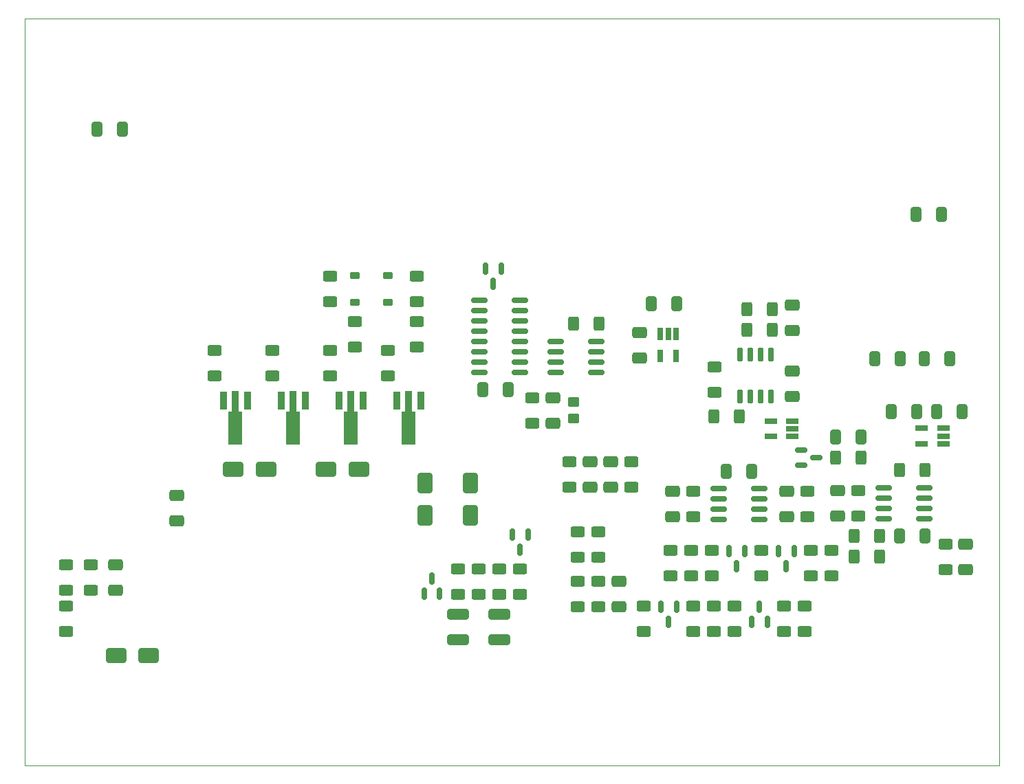
<source format=gbr>
%TF.GenerationSoftware,KiCad,Pcbnew,7.0.7*%
%TF.CreationDate,2024-02-20T18:04:50-10:00*%
%TF.ProjectId,Controller,436f6e74-726f-46c6-9c65-722e6b696361,New*%
%TF.SameCoordinates,Original*%
%TF.FileFunction,Paste,Bot*%
%TF.FilePolarity,Positive*%
%FSLAX46Y46*%
G04 Gerber Fmt 4.6, Leading zero omitted, Abs format (unit mm)*
G04 Created by KiCad (PCBNEW 7.0.7) date 2024-02-20 18:04:50*
%MOMM*%
%LPD*%
G01*
G04 APERTURE LIST*
G04 Aperture macros list*
%AMRoundRect*
0 Rectangle with rounded corners*
0 $1 Rounding radius*
0 $2 $3 $4 $5 $6 $7 $8 $9 X,Y pos of 4 corners*
0 Add a 4 corners polygon primitive as box body*
4,1,4,$2,$3,$4,$5,$6,$7,$8,$9,$2,$3,0*
0 Add four circle primitives for the rounded corners*
1,1,$1+$1,$2,$3*
1,1,$1+$1,$4,$5*
1,1,$1+$1,$6,$7*
1,1,$1+$1,$8,$9*
0 Add four rect primitives between the rounded corners*
20,1,$1+$1,$2,$3,$4,$5,0*
20,1,$1+$1,$4,$5,$6,$7,0*
20,1,$1+$1,$6,$7,$8,$9,0*
20,1,$1+$1,$8,$9,$2,$3,0*%
%AMFreePoly0*
4,1,9,5.362500,-0.866500,1.237500,-0.866500,1.237500,-0.450000,-1.237500,-0.450000,-1.237500,0.450000,1.237500,0.450000,1.237500,0.866500,5.362500,0.866500,5.362500,-0.866500,5.362500,-0.866500,$1*%
G04 Aperture macros list end*
%ADD10RoundRect,0.150000X-0.150000X0.587500X-0.150000X-0.587500X0.150000X-0.587500X0.150000X0.587500X0*%
%ADD11RoundRect,0.250000X0.625000X-0.400000X0.625000X0.400000X-0.625000X0.400000X-0.625000X-0.400000X0*%
%ADD12RoundRect,0.150000X-0.587500X-0.150000X0.587500X-0.150000X0.587500X0.150000X-0.587500X0.150000X0*%
%ADD13RoundRect,0.150000X0.150000X-0.587500X0.150000X0.587500X-0.150000X0.587500X-0.150000X-0.587500X0*%
%ADD14RoundRect,0.250000X-0.650000X0.412500X-0.650000X-0.412500X0.650000X-0.412500X0.650000X0.412500X0*%
%ADD15RoundRect,0.250000X-0.625000X0.400000X-0.625000X-0.400000X0.625000X-0.400000X0.625000X0.400000X0*%
%ADD16RoundRect,0.250000X0.412500X0.650000X-0.412500X0.650000X-0.412500X-0.650000X0.412500X-0.650000X0*%
%ADD17RoundRect,0.250000X1.000000X0.650000X-1.000000X0.650000X-1.000000X-0.650000X1.000000X-0.650000X0*%
%ADD18RoundRect,0.250000X-1.000000X-0.650000X1.000000X-0.650000X1.000000X0.650000X-1.000000X0.650000X0*%
%ADD19RoundRect,0.250000X0.650000X-1.000000X0.650000X1.000000X-0.650000X1.000000X-0.650000X-1.000000X0*%
%ADD20RoundRect,0.250000X-1.075000X0.400000X-1.075000X-0.400000X1.075000X-0.400000X1.075000X0.400000X0*%
%ADD21RoundRect,0.250000X0.650000X-0.412500X0.650000X0.412500X-0.650000X0.412500X-0.650000X-0.412500X0*%
%ADD22RoundRect,0.250000X-0.412500X-0.650000X0.412500X-0.650000X0.412500X0.650000X-0.412500X0.650000X0*%
%ADD23RoundRect,0.150000X0.825000X0.150000X-0.825000X0.150000X-0.825000X-0.150000X0.825000X-0.150000X0*%
%ADD24RoundRect,0.150000X-0.825000X-0.150000X0.825000X-0.150000X0.825000X0.150000X-0.825000X0.150000X0*%
%ADD25R,1.560000X0.650000*%
%ADD26RoundRect,0.250000X0.400000X0.625000X-0.400000X0.625000X-0.400000X-0.625000X0.400000X-0.625000X0*%
%ADD27RoundRect,0.250000X-0.400000X-0.625000X0.400000X-0.625000X0.400000X0.625000X-0.400000X0.625000X0*%
%ADD28RoundRect,0.225000X0.375000X-0.225000X0.375000X0.225000X-0.375000X0.225000X-0.375000X-0.225000X0*%
%ADD29RoundRect,0.150000X0.150000X-0.725000X0.150000X0.725000X-0.150000X0.725000X-0.150000X-0.725000X0*%
%ADD30R,0.650000X1.560000*%
%ADD31RoundRect,0.250000X0.450000X-0.350000X0.450000X0.350000X-0.450000X0.350000X-0.450000X-0.350000X0*%
%ADD32R,0.900000X2.300000*%
%ADD33FreePoly0,270.000000*%
%TA.AperFunction,Profile*%
%ADD34C,0.050000*%
%TD*%
G04 APERTURE END LIST*
D10*
%TO.C,D12*%
X134432000Y-121236500D03*
X136332000Y-121236500D03*
X135382000Y-123111500D03*
%TD*%
D11*
%TO.C,R28*%
X135128000Y-131090000D03*
X135128000Y-127990000D03*
%TD*%
%TO.C,R27*%
X117856000Y-131090000D03*
X117856000Y-127990000D03*
%TD*%
D12*
%TO.C,D7*%
X137238500Y-110678000D03*
X137238500Y-108778000D03*
X139113500Y-109728000D03*
%TD*%
D13*
%TO.C,D13*%
X133030000Y-129969500D03*
X131130000Y-129969500D03*
X132080000Y-128094500D03*
%TD*%
D10*
%TO.C,D11*%
X120904000Y-129969500D03*
X121854000Y-128094500D03*
X119954000Y-128094500D03*
%TD*%
%TO.C,D10*%
X128336000Y-121236500D03*
X130236000Y-121236500D03*
X129286000Y-123111500D03*
%TD*%
%TO.C,D6*%
X98364000Y-86438500D03*
X100264000Y-86438500D03*
X99314000Y-88313500D03*
%TD*%
%TO.C,D9*%
X101666000Y-119204500D03*
X103566000Y-119204500D03*
X102616000Y-121079500D03*
%TD*%
D13*
%TO.C,D8*%
X92710000Y-126492000D03*
X90810000Y-126492000D03*
X91760000Y-124617000D03*
%TD*%
D11*
%TO.C,R47*%
X109728000Y-128042000D03*
X109728000Y-124942000D03*
%TD*%
D14*
%TO.C,C29*%
X111252000Y-110197500D03*
X111252000Y-113322500D03*
%TD*%
%TO.C,C30*%
X113792000Y-110197500D03*
X113792000Y-113322500D03*
%TD*%
%TO.C,C31*%
X114808000Y-124929500D03*
X114808000Y-128054500D03*
%TD*%
D15*
%TO.C,R48*%
X116332000Y-110210000D03*
X116332000Y-113310000D03*
%TD*%
%TO.C,R49*%
X108712000Y-110210000D03*
X108712000Y-113310000D03*
%TD*%
D11*
%TO.C,R50*%
X112268000Y-128042000D03*
X112268000Y-124942000D03*
%TD*%
D16*
%TO.C,C5*%
X53632500Y-69215000D03*
X50507500Y-69215000D03*
%TD*%
D17*
%TO.C,D1*%
X56864000Y-134112000D03*
X52864000Y-134112000D03*
%TD*%
D14*
%TO.C,C4*%
X60325000Y-114350000D03*
X60325000Y-117475000D03*
%TD*%
D18*
%TO.C,D2*%
X67310000Y-111125000D03*
X71310000Y-111125000D03*
%TD*%
D19*
%TO.C,D4*%
X90932000Y-116808000D03*
X90932000Y-112808000D03*
%TD*%
D11*
%TO.C,R12*%
X123698000Y-124232000D03*
X123698000Y-121132000D03*
%TD*%
%TO.C,R18*%
X126238000Y-124232000D03*
X126238000Y-121132000D03*
%TD*%
%TO.C,R17*%
X121158000Y-121132000D03*
X121158000Y-124232000D03*
%TD*%
%TO.C,R22*%
X138010500Y-116993000D03*
X138010500Y-113893000D03*
%TD*%
D15*
%TO.C,R33*%
X72136000Y-96494000D03*
X72136000Y-99594000D03*
%TD*%
D14*
%TO.C,C28*%
X135470500Y-113880500D03*
X135470500Y-117005500D03*
%TD*%
D15*
%TO.C,R34*%
X65024000Y-96494000D03*
X65024000Y-99594000D03*
%TD*%
%TO.C,R11*%
X123952000Y-127990000D03*
X123952000Y-131090000D03*
%TD*%
%TO.C,R45*%
X109728000Y-118846000D03*
X109728000Y-121946000D03*
%TD*%
%TO.C,R46*%
X112268000Y-118846000D03*
X112268000Y-121946000D03*
%TD*%
D11*
%TO.C,R39*%
X94996000Y-123418000D03*
X94996000Y-126518000D03*
%TD*%
D15*
%TO.C,R35*%
X97536000Y-123444000D03*
X97536000Y-126544000D03*
%TD*%
D20*
%TO.C,R43*%
X94996000Y-129006000D03*
X94996000Y-132106000D03*
%TD*%
D11*
%TO.C,R15*%
X126492000Y-131090000D03*
X126492000Y-127990000D03*
%TD*%
D19*
%TO.C,D5*%
X96520000Y-116808000D03*
X96520000Y-112808000D03*
%TD*%
D14*
%TO.C,C10*%
X52832000Y-122897500D03*
X52832000Y-126022500D03*
%TD*%
D15*
%TO.C,R36*%
X102616000Y-123418000D03*
X102616000Y-126518000D03*
%TD*%
D11*
%TO.C,R25*%
X49784000Y-126010000D03*
X49784000Y-122910000D03*
%TD*%
D15*
%TO.C,R23*%
X46736000Y-127990000D03*
X46736000Y-131090000D03*
%TD*%
%TO.C,R24*%
X46736000Y-122910000D03*
X46736000Y-126010000D03*
%TD*%
D20*
%TO.C,R44*%
X100076000Y-129006000D03*
X100076000Y-132106000D03*
%TD*%
D18*
%TO.C,D3*%
X78740000Y-111125000D03*
X82740000Y-111125000D03*
%TD*%
D11*
%TO.C,R40*%
X100076000Y-126518000D03*
X100076000Y-123418000D03*
%TD*%
D21*
%TO.C,C12*%
X117282000Y-97400500D03*
X117282000Y-94275500D03*
%TD*%
D14*
%TO.C,C27*%
X121412000Y-113880500D03*
X121412000Y-117005500D03*
%TD*%
D22*
%TO.C,C6*%
X151345500Y-79756000D03*
X154470500Y-79756000D03*
%TD*%
D23*
%TO.C,U5*%
X152335000Y-113411000D03*
X152335000Y-114681000D03*
X152335000Y-115951000D03*
X152335000Y-117221000D03*
X147385000Y-117221000D03*
X147385000Y-115951000D03*
X147385000Y-114681000D03*
X147385000Y-113411000D03*
%TD*%
D11*
%TO.C,R19*%
X132334000Y-124232000D03*
X132334000Y-121132000D03*
%TD*%
D16*
%TO.C,C14*%
X149390500Y-97536000D03*
X146265500Y-97536000D03*
%TD*%
D15*
%TO.C,R38*%
X89916000Y-92938000D03*
X89916000Y-96038000D03*
%TD*%
D11*
%TO.C,R5*%
X144272000Y-116866000D03*
X144272000Y-113766000D03*
%TD*%
D16*
%TO.C,C16*%
X151461000Y-104011000D03*
X148336000Y-104011000D03*
%TD*%
D11*
%TO.C,R16*%
X137668000Y-131090000D03*
X137668000Y-127990000D03*
%TD*%
D24*
%TO.C,U9*%
X106999000Y-99187000D03*
X106999000Y-97917000D03*
X106999000Y-96647000D03*
X106999000Y-95377000D03*
X111949000Y-95377000D03*
X111949000Y-96647000D03*
X111949000Y-97917000D03*
X111949000Y-99187000D03*
%TD*%
D14*
%TO.C,C19*%
X157480000Y-120357500D03*
X157480000Y-123482500D03*
%TD*%
D11*
%TO.C,R21*%
X123952000Y-116993000D03*
X123952000Y-113893000D03*
%TD*%
D15*
%TO.C,R42*%
X89916000Y-87350000D03*
X89916000Y-90450000D03*
%TD*%
D25*
%TO.C,U4*%
X154766000Y-106109000D03*
X154766000Y-107059000D03*
X154766000Y-108009000D03*
X152066000Y-108009000D03*
X152066000Y-106109000D03*
%TD*%
D11*
%TO.C,R29*%
X104140000Y-105436000D03*
X104140000Y-102336000D03*
%TD*%
D15*
%TO.C,R31*%
X79248000Y-96494000D03*
X79248000Y-99594000D03*
%TD*%
D16*
%TO.C,C25*%
X101130500Y-101346000D03*
X98005500Y-101346000D03*
%TD*%
D26*
%TO.C,R26*%
X109194000Y-93218000D03*
X112294000Y-93218000D03*
%TD*%
%TO.C,R10*%
X133630000Y-93980000D03*
X130530000Y-93980000D03*
%TD*%
D23*
%TO.C,U8*%
X132015000Y-113538000D03*
X132015000Y-114808000D03*
X132015000Y-116078000D03*
X132015000Y-117348000D03*
X127065000Y-117348000D03*
X127065000Y-116078000D03*
X127065000Y-114808000D03*
X127065000Y-113538000D03*
%TD*%
D27*
%TO.C,R2*%
X149326000Y-111252000D03*
X152426000Y-111252000D03*
%TD*%
%TO.C,R3*%
X143738000Y-119380000D03*
X146838000Y-119380000D03*
%TD*%
D28*
%TO.C,D7*%
X86360000Y-90550000D03*
X86360000Y-87250000D03*
%TD*%
%TO.C,D6*%
X82296000Y-90550000D03*
X82296000Y-87250000D03*
%TD*%
D16*
%TO.C,C13*%
X155486500Y-97536000D03*
X152361500Y-97536000D03*
%TD*%
D15*
%TO.C,R37*%
X82296000Y-92938000D03*
X82296000Y-96038000D03*
%TD*%
%TO.C,R1*%
X155000000Y-120370000D03*
X155000000Y-123470000D03*
%TD*%
D11*
%TO.C,R20*%
X140970000Y-124232000D03*
X140970000Y-121132000D03*
%TD*%
D26*
%TO.C,R9*%
X133630000Y-91440000D03*
X130530000Y-91440000D03*
%TD*%
D15*
%TO.C,R41*%
X79248000Y-87350000D03*
X79248000Y-90450000D03*
%TD*%
D29*
%TO.C,U7*%
X133477000Y-102143000D03*
X132207000Y-102143000D03*
X130937000Y-102143000D03*
X129667000Y-102143000D03*
X129667000Y-96993000D03*
X130937000Y-96993000D03*
X132207000Y-96993000D03*
X133477000Y-96993000D03*
%TD*%
D30*
%TO.C,U3*%
X119888000Y-94488000D03*
X120838000Y-94488000D03*
X121788000Y-94488000D03*
X121788000Y-97188000D03*
X119888000Y-97188000D03*
%TD*%
D22*
%TO.C,C21*%
X141439500Y-107188000D03*
X144564500Y-107188000D03*
%TD*%
%TO.C,C18*%
X149313500Y-119380000D03*
X152438500Y-119380000D03*
%TD*%
D21*
%TO.C,C17*%
X136144000Y-102146500D03*
X136144000Y-99021500D03*
%TD*%
D24*
%TO.C,U10*%
X97601000Y-99187000D03*
X97601000Y-97917000D03*
X97601000Y-96647000D03*
X97601000Y-95377000D03*
X97601000Y-94107000D03*
X97601000Y-92837000D03*
X97601000Y-91567000D03*
X97601000Y-90297000D03*
X102551000Y-90297000D03*
X102551000Y-91567000D03*
X102551000Y-92837000D03*
X102551000Y-94107000D03*
X102551000Y-95377000D03*
X102551000Y-96647000D03*
X102551000Y-97917000D03*
X102551000Y-99187000D03*
%TD*%
D11*
%TO.C,R7*%
X126544000Y-101626000D03*
X126544000Y-98526000D03*
%TD*%
D21*
%TO.C,C22*%
X136144000Y-94018500D03*
X136144000Y-90893500D03*
%TD*%
D22*
%TO.C,C11*%
X118767500Y-90758000D03*
X121892500Y-90758000D03*
%TD*%
D31*
%TO.C,R30*%
X109220000Y-104886000D03*
X109220000Y-102886000D03*
%TD*%
D27*
%TO.C,R6*%
X141452000Y-109728000D03*
X144552000Y-109728000D03*
%TD*%
D21*
%TO.C,C24*%
X106680000Y-105448500D03*
X106680000Y-102323500D03*
%TD*%
D15*
%TO.C,R14*%
X138430000Y-121132000D03*
X138430000Y-124232000D03*
%TD*%
D27*
%TO.C,R8*%
X126492000Y-104648000D03*
X129592000Y-104648000D03*
%TD*%
D25*
%TO.C,U6*%
X136144000Y-105222000D03*
X136144000Y-106172000D03*
X136144000Y-107122000D03*
X133444000Y-107122000D03*
X133444000Y-105222000D03*
%TD*%
D22*
%TO.C,C26*%
X127977500Y-111379000D03*
X131102500Y-111379000D03*
%TD*%
D15*
%TO.C,R32*%
X86360000Y-96494000D03*
X86360000Y-99594000D03*
%TD*%
D32*
%TO.C,Q2*%
X73176000Y-102706000D03*
D33*
X74676000Y-102793500D03*
D32*
X76176000Y-102706000D03*
%TD*%
D15*
%TO.C,R13*%
X129032000Y-127990000D03*
X129032000Y-131090000D03*
%TD*%
D32*
%TO.C,Q4*%
X87400000Y-102706000D03*
D33*
X88900000Y-102793500D03*
D32*
X90400000Y-102706000D03*
%TD*%
D26*
%TO.C,R4*%
X146838000Y-121920000D03*
X143738000Y-121920000D03*
%TD*%
D32*
%TO.C,Q3*%
X80288000Y-102706000D03*
D33*
X81788000Y-102793500D03*
D32*
X83288000Y-102706000D03*
%TD*%
D14*
%TO.C,C20*%
X141732000Y-113753500D03*
X141732000Y-116878500D03*
%TD*%
D32*
%TO.C,Q1*%
X66064000Y-102706000D03*
D33*
X67564000Y-102793500D03*
D32*
X69064000Y-102706000D03*
%TD*%
D22*
%TO.C,C15*%
X153924000Y-104011000D03*
X157049000Y-104011000D03*
%TD*%
D34*
X161600000Y-147600000D02*
X41600000Y-147600000D01*
X41600000Y-147600000D02*
X41600000Y-55600000D01*
X41600000Y-55600000D02*
X161600000Y-55600000D01*
X161600000Y-55600000D02*
X161600000Y-147600000D01*
M02*

</source>
